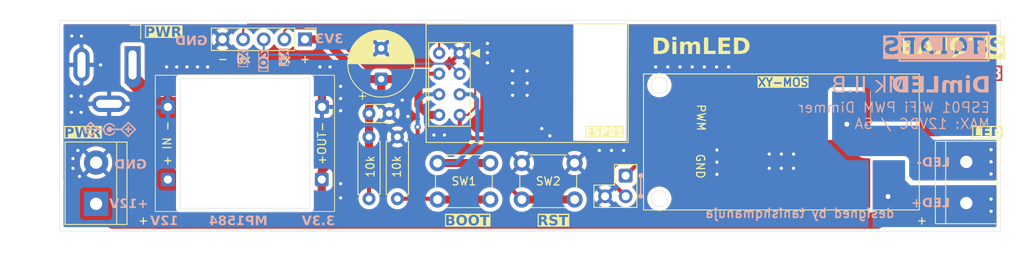
<source format=kicad_pcb>
(kicad_pcb (version 20241229) (generator "pcbnew") (generator_version "9.0")
  (title_block (title "DimLED") (date "2025-08-17") (rev "Mark II.B") (company "TQ Labs") (comment 1 "Designed by Tanishq Manuja") (comment 2 "ESP01 PWM Dimmer"))
  (layers (0 "F.Cu" signal) (2 "B.Cu" signal) (13 "F.Paste" user) (15 "B.Paste" user) (5 "F.SilkS" user "F.Silkscreen") (7 "B.SilkS" user "B.Silkscreen") (1 "F.Mask" user) (3 "B.Mask" user) (25 "Edge.Cuts" user))
  (net 0 "")
  (net 1 "GND")
  (net 2 "+3V3")
  (net 3 "/LED-")
  (net 5 "+12V")
  (net 6 "/GPIO2")
  (net 7 "/GPIO3")
  (net 8 "/RESET")
  (net 9 "/GPIO0")
  (net 10 "/GPIO1")
  (net 11 "Net-(R2-Pad1)")
  (net 12 "/PWM_SIG")
  (footprint "0_Custom:MP1584-Module_22.1x16.8mm_Cutout_Mixed" (layer "F.Cu") (at 106.6 102.425)
    (property "Reference" "U1" (hide yes))
    (property "Value" "MP1584 Module" (hide yes))
    (fp_rect (start -8 -8) (end 8 8) (stroke (width 0.05)) (fill no) (layer "Edge.Cuts"))
    (fp_text user "+OUT-" (at 9.5 0 90) (layer "F.SilkS"))
    (fp_text user "+ IN -" (at -9.575 0 90) (layer "F.SilkS"))
    (pad "1" thru_hole roundrect (at -9.5 4.46 180) (size 1.7 1.7) (drill 1) (layers "*.Cu" "*.Mask") (roundrect_rratio 0.1470588235) (net 5 "+12V"))
    (pad "1" smd roundrect (at -9.5 7 180) (size 1.7 1.7) (layers "F.Cu" "F.Mask" "F.Paste") (roundrect_rratio 0.1470588235) (net 5 "+12V"))
    (pad "2" smd roundrect (at -9.5 -7.025) (size 1.7 1.7) (layers "F.Cu" "F.Mask" "F.Paste") (roundrect_rratio 0.1470588235) (net 1 "GND"))
    (pad "2" thru_hole roundrect (at -9.5 -4.485) (size 1.7 1.7) (drill 1) (layers "*.Cu" "*.Mask") (roundrect_rratio 0.1470588235) (net 1 "GND"))
    (pad "3" thru_hole roundrect (at 9.475 4.46 180) (size 1.7 1.7) (drill 1) (layers "*.Cu" "*.Mask") (roundrect_rratio 0.1470588235) (net 2 "+3V3"))
    (pad "3" smd roundrect (at 9.475 7 180) (size 1.7 1.7) (layers "F.Cu" "F.Mask" "F.Paste") (roundrect_rratio 0.1470588235) (net 2 "+3V3"))
    (pad "4" smd roundrect (at 9.5 -7.025) (size 1.7 1.7) (layers "F.Cu" "F.Mask" "F.Paste") (roundrect_rratio 0.1470588235) (net 1 "GND"))
    (pad "4" thru_hole roundrect (at 9.5 -4.485) (size 1.7 1.7) (drill 1) (layers "*.Cu" "*.Mask") (roundrect_rratio 0.1470588235) (net 1 "GND"))
  )
  (footprint "Capacitor_THT:CP_Radial_D8.0mm_P3.80mm" (layer "F.Cu") (at 123.4 94.5 90)
    (property "Reference" "C2" (hide yes))
    (property "Value" "1000u")
    (pad "1" thru_hole roundrect (at 0 0 90) (size 1.6 1.6) (drill 0.8) (layers "*.Cu" "*.Mask") (roundrect_rratio 0.15625) (net 2 "+3V3"))
    (pad "2" thru_hole circle (at 3.8 0 90) (size 1.6 1.6) (drill 0.8) (layers "*.Cu" "*.Mask") (net 1 "GND"))
  )
  (footprint "0_Custom:DC005" (layer "F.Cu") (at 92.75 92.75 -90)
    (property "Reference" "J2" (hide yes))
    (property "Value" "DC005")
    (pad "1" thru_hole rect (at 0 0 270) (size 4.6 2) (drill oval 3.6 1) (layers "*.Cu" "*.Mask") (net 5 "+12V"))
    (pad "2" thru_hole oval (at 0 6.3 270) (size 4.2 2) (drill oval 3.2 1) (layers "*.Cu" "*.Mask") (net 1 "GND"))
    (pad "3" thru_hole oval (at 4.8 2.9 270) (size 2 4.2) (drill oval 1 3.2) (layers "*.Cu" "*.Mask") (net 1 "GND"))
  )
  (footprint "Button_Switch_THT:SW_PUSH_6mm" (layer "F.Cu") (at 130.35 104.85)
    (property "Reference" "SW1" (at 3.25 2.25 0) (layer "F.SilkS"))
    (property "Value" "IO BTN")
    (pad "1" thru_hole circle (at 0 0 90) (size 2 2) (drill 1.1) (layers "*.Cu" "*.Mask") (net 9 "/GPIO0"))
    (pad "1" thru_hole circle (at 6.5 0 90) (size 2 2) (drill 1.1) (layers "*.Cu" "*.Mask") (net 9 "/GPIO0"))
    (pad "2" thru_hole circle (at 0 4.5 90) (size 2 2) (drill 1.1) (layers "*.Cu" "*.Mask") (net 11 "Net-(R2-Pad1)"))
    (pad "2" thru_hole circle (at 6.5 4.5 90) (size 2 2) (drill 1.1) (layers "*.Cu" "*.Mask") (net 11 "Net-(R2-Pad1)"))
  )
  (footprint "Capacitor_THT:C_Disc_D3.0mm_W2.0mm_P2.50mm" (layer "F.Cu") (at 121.9 98.75)
    (property "Reference" "C1" (hide yes))
    (property "Value" "100n")
    (pad "1" thru_hole circle (at 0 0) (size 1.6 1.6) (drill 0.8) (layers "*.Cu" "*.Mask") (net 2 "+3V3"))
    (pad "2" thru_hole circle (at 2.5 0) (size 1.6 1.6) (drill 0.8) (layers "*.Cu" "*.Mask") (net 1 "GND"))
  )
  (footprint "0_Custom:ESP-01" (layer "F.Cu") (at 133.09 91.3 -90)
    (property "Reference" "U2" (hide yes))
    (property "Value" "ESP-01")
    (pad "1" thru_hole circle (at 0 0 270) (size 1.5 1.5) (drill 0.8) (layers "*.Cu" "*.Mask") (net 1 "GND"))
    (pad "2" thru_hole circle (at 2.54 0 270) (size 1.5 1.5) (drill 0.8) (layers "*.Cu" "*.Mask") (net 6 "/GPIO2"))
    (pad "3" thru_hole circle (at 5.08 0 270) (size 1.5 1.5) (drill 0.8) (layers "*.Cu" "*.Mask") (net 9 "/GPIO0"))
    (pad "4" thru_hole circle (at 7.62 0 270) (size 1.5 1.5) (drill 0.8) (layers "*.Cu" "*.Mask") (net 7 "/GPIO3"))
    (pad "5" thru_hole circle (at 0 2.54 270) (size 1.5 1.5) (drill 0.8) (layers "*.Cu" "*.Mask") (net 10 "/GPIO1"))
    (pad "6" thru_hole circle (at 2.54 2.54 270) (size 1.5 1.5) (drill 0.8) (layers "*.Cu" "*.Mask") (net 2 "+3V3"))
    (pad "7" thru_hole circle (at 5.08 2.54 270) (size 1.5 1.5) (drill 0.8) (layers "*.Cu" "*.Mask") (net 8 "/RESET"))
    (pad "8" thru_hole circle (at 7.62 2.54 270) (size 1.5 1.5) (drill 0.8) (layers "*.Cu" "*.Mask") (net 2 "+3V3"))
    (zone (net 0) (net_name "") (layers "F.Cu" "B.Cu") (name "No Copper") (connect_pads (clearance 0)) (min_thickness 0.25)
      (keepout (tracks not_allowed) (vias not_allowed) (pads not_allowed) (copperpour not_allowed) (footprints not_allowed))
      (fill (thermal_gap 0.5) (thermal_bridge_width 0.5))
      (polygon (pts (xy 153.715 87.825) (xy 153.69 102.15) (xy 147.065 102.125) (xy 147.09 87.8)))
    )
  )
  (footprint "Resistor_THT:R_Axial_DIN0207_L6.3mm_D2.5mm_P7.62mm_Horizontal" (layer "F.Cu") (at 125.4 109.25 90)
    (property "Reference" "R2" (hide yes))
    (property "Value" "10k")
    (pad "1" thru_hole circle (at 0 0 90) (size 1.6 1.6) (drill 0.8) (layers "*.Cu" "*.Mask") (net 11 "Net-(R2-Pad1)"))
    (pad "2" thru_hole circle (at 7.62 0 90) (size 1.6 1.6) (drill 0.8) (layers "*.Cu" "*.Mask") (net 1 "GND"))
  )
  (footprint "Button_Switch_THT:SW_PUSH_6mm" (layer "F.Cu") (at 147.25 109.35 180)
    (property "Reference" "SW2" (at 3.25 2.25 0) (layer "F.SilkS"))
    (property "Value" "RST BTN")
    (pad "1" thru_hole circle (at 0 0 270) (size 2 2) (drill 1.1) (layers "*.Cu" "*.Mask") (net 8 "/RESET"))
    (pad "1" thru_hole circle (at 6.5 0 270) (size 2 2) (drill 1.1) (layers "*.Cu" "*.Mask") (net 8 "/RESET"))
    (pad "2" thru_hole circle (at 0 4.5 270) (size 2 2) (drill 1.1) (layers "*.Cu" "*.Mask") (net 1 "GND"))
    (pad "2" thru_hole circle (at 6.5 4.5 270) (size 2 2) (drill 1.1) (layers "*.Cu" "*.Mask") (net 1 "GND"))
  )
  (footprint "Resistor_THT:R_Axial_DIN0207_L6.3mm_D2.5mm_P7.62mm_Horizontal" (layer "F.Cu") (at 121.9 101.63 -90)
    (property "Reference" "R1" (hide yes))
    (property "Value" "10k")
    (pad "1" thru_hole circle (at 0 0 270) (size 1.6 1.6) (drill 0.8) (layers "*.Cu" "*.Mask") (net 2 "+3V3"))
    (pad "2" thru_hole circle (at 7.62 0 270) (size 1.6 1.6) (drill 0.8) (layers "*.Cu" "*.Mask") (net 8 "/RESET"))
  )
  (footprint "TerminalBlock:TerminalBlock_bornier-2_P5.08mm" (layer "F.Cu") (at 195.55 104.71 -90)
    (property "Reference" "J4" (hide yes))
    (property "Value" "Output LED Terminal")
    (pad "1" thru_hole rect (at 0 0 270) (size 3 3) (drill 1.52) (layers "*.Cu" "*.Mask") (net 3 "/LED-"))
    (pad "2" thru_hole circle (at 5.08 0 270) (size 3 3) (drill 1.52) (layers "*.Cu" "*.Mask") (net 5 "+12V"))
  )
  (footprint "Connector_PinHeader_2.54mm:PinHeader_1x05_P2.54mm_Vertical" (layer "F.Cu") (at 114 89.6 -90)
    (property "Reference" "J3" (hide yes))
    (property "Value" "Conn_01x05")
    (pad "1" thru_hole rect (at 0 0 270) (size 1.7 1.7) (drill 1) (layers "*.Cu" "*.Mask") (net 2 "+3V3"))
    (pad "2" thru_hole circle (at 0 2.54 270) (size 1.7 1.7) (drill 1) (layers "*.Cu" "*.Mask") (net 10 "/GPIO1"))
    (pad "3" thru_hole circle (at 0 5.08 270) (size 1.7 1.7) (drill 1) (layers "*.Cu" "*.Mask") (net 6 "/GPIO2"))
    (pad "4" thru_hole circle (at 0 7.62 270) (size 1.7 1.7) (drill 1) (layers "*.Cu" "*.Mask") (net 7 "/GPIO3"))
    (pad "5" thru_hole circle (at 0 10.16 270) (size 1.7 1.7) (drill 1) (layers "*.Cu" "*.Mask") (net 1 "GND"))
  )
  (footprint "0_Custom:PinHeader_1x03_L_Reverse_P2.54mm_Vertical" (layer "F.Cu") (at 153.55 108.95 -90)
    (property "Reference" "J5" (hide yes))
    (property "Value" "Conn_01x03")
    (pad "1" thru_hole circle (at 0 0 180) (size 1.7 1.7) (drill 1) (layers "*.Cu" "*.Mask") (net 7 "/GPIO3"))
    (pad "2" thru_hole roundrect (at -2.54 0 180) (size 1.7 1.7) (drill 1) (layers "*.Cu" "*.Mask") (roundrect_rratio 0.1470588235) (net 12 "/PWM_SIG"))
    (pad "3" thru_hole circle (at 0 2.54 270) (size 1.7 1.7) (drill 1) (layers "*.Cu" "*.Mask") (net 1 "GND"))
  )
  (footprint "0_Custom:XY_MOS-Module_Mounted" (layer "F.Cu") (at 172.75 102.25 -90)
    (property "Reference" "U3" (hide yes))
    (property "Value" "XY-MOS Module")
    (fp_circle (center -7 15.05) (end -6 15.05) (stroke (width 0.05)) (fill no) (layer "Edge.Cuts"))
    (fp_circle (center 7 15.05) (end 8 15.05) (stroke (width 0.05)) (fill no) (layer "Edge.Cuts"))
    (fp_text user "PWM" (at -3 9.9 270) (layer "F.SilkS"))
    (fp_text user "GND" (at 3 10 270) (layer "F.SilkS"))
    (pad "1" connect circle (at 1.26 12.25) (size 1.7 1.7) (layers "F.Cu" "F.Mask") (net 1 "GND"))
    (pad "1" connect roundrect (at 2.55 14.8 270) (size 2.54 2) (layers "F.Cu" "F.Mask") (roundrect_rratio 0.125) (net 1 "GND"))
    (pad "1" connect circle (at 3.8 12.25) (size 1.7 1.7) (layers "F.Cu" "F.Mask") (net 1 "GND"))
    (pad "2" connect circle (at -3.8 12.25) (size 1.7 1.7) (layers "F.Cu" "F.Mask") (net 12 "/PWM_SIG"))
    (pad "2" connect roundrect (at -2.5 14.8 270) (size 2.54 2) (layers "F.Cu" "F.Mask") (roundrect_rratio 0.09842519685) (net 12 "/PWM_SIG"))
    (pad "2" connect circle (at -1.26 12.25) (size 1.7 1.7) (layers "F.Cu" "F.Mask") (net 12 "/PWM_SIG"))
    (pad "3" connect roundrect (at -4.45 -8.07) (size 3 3) (layers "F.Cu" "F.Mask") (roundrect_rratio 0.08333333333) (net 3 "/LED-"))
    (pad "4" connect roundrect (at -4.45 -13.15) (size 3 3) (layers "F.Cu" "F.Mask") (roundrect_rratio 0.08333333333))
    (pad "5" connect roundrect (at 4.45 -8.07) (size 3 3) (layers "F.Cu" "F.Mask") (roundrect_rratio 0.08333333333) (net 1 "GND"))
    (pad "6" connect roundrect (at 4.45 -13.15) (size 3 3) (layers "F.Cu" "F.Mask") (roundrect_rratio 0.08333333333) (net 5 "+12V"))
    (zone (net 0) (net_name "") (layer "F.Cu") (connect_pads (clearance 0)) (min_thickness 0.25)
      (keepout (tracks allowed) (vias allowed) (pads allowed) (copperpour not_allowed) (footprints allowed))
      (fill (thermal_gap 0.5) (thermal_bridge_width 0.5))
      (polygon (pts (xy 155.8 102) (xy 161.9 102) (xy 161.9 93.9) (xy 155.8 93.9)))
    )
    (zone (net 0) (net_name "") (layer "F.Cu") (connect_pads (clearance 0)) (min_thickness 0.25)
      (keepout (tracks allowed) (vias allowed) (pads allowed) (copperpour not_allowed) (footprints allowed))
      (fill (thermal_gap 0.5) (thermal_bridge_width 0.5))
      (polygon (pts (xy 183.05 93.95) (xy 183.05 102) (xy 170.8 102) (xy 170.8 93.95)))
    )
    (zone (net 0) (net_name "") (layer "F.Cu") (connect_pads (clearance 0)) (min_thickness 0.25)
      (keepout (tracks allowed) (vias allowed) (pads allowed) (copperpour not_allowed) (footprints allowed))
      (fill (thermal_gap 0.5) (thermal_bridge_width 0.5))
      (polygon (pts (xy 183.7 93.9) (xy 183.7 110.55) (xy 189.7 110.55) (xy 189.7 93.9)))
    )
  )
  (footprint "TerminalBlock:TerminalBlock_bornier-2_P5.08mm" (layer "F.Cu") (at 88.25 109.88 90)
    (property "Reference" "J1" (hide yes))
    (property "Value" "Input Power Terminal")
    (pad "1" thru_hole rect (at 0 0 90) (size 3 3) (drill 1.52) (layers "*.Cu" "*.Mask") (net 5 "+12V"))
    (pad "2" thru_hole circle (at 5.08 0 90) (size 3 3) (drill 1.52) (layers "*.Cu" "*.Mask") (net 1 "GND"))
  )
  (footprint "LOGO" (layer "B.Cu") (at 89.9 100.7)
    (property "Reference" "G***" (hide yes))
    (property "Value" "LOGO" (hide yes))
  )
  (gr_rect (start 187.3 88.75) (end 198.3 92.25) (stroke (width 0.2)) (fill no) (layer "F.SilkS"))
  (gr_circle (center 155.4 106.4075) (end 155.146 106.4075) (stroke (width 0.1)) (fill yes) (layer "B.SilkS"))
  (gr_circle (center 155.4 108.9475) (end 155.146 108.9475) (stroke (width 0.1)) (fill yes) (layer "B.SilkS"))
  (gr_line (start 155.4 108.9475) (end 155.4 106.4075) (stroke (width 0.2)) (layer "B.SilkS"))
  (gr_rect (start 187.3 88.75) (end 198.3 92.25) (stroke (width 0.2)) (fill no) (layer "B.SilkS"))
  (gr_rect (start 83.75 87.25) (end 199.75 113.25) (stroke (width 0.05)) (fill no) (layer "Edge.Cuts"))
  (gr_text "Mark II.B" (at 167.75 91.75 0) (layer "F.Cu" knockout) (effects (font (size 2 2) (thickness 0.2) (bold yes)) (justify left bottom)))
  (gr_text "2025.8" (at 191.85 94.8 0) (layer "F.Cu" knockout) (effects (font (size 1.5 1.5) (thickness 0.3) (bold yes)) (justify left bottom)))
  (gr_text "ESP01" (at 148.4 101.6 0) (layer "F.SilkS" knockout) (effects (font (size 1 1) (thickness 0.2) (bold yes)) (justify left bottom)))
  (gr_text "Tx" (at 110.6 92.6 0) (layer "F.SilkS") (effects (font (size 1 1)) (justify left bottom)))
  (gr_text "TQLABS" (at 187.9 91.75 0) (layer "F.SilkS" knockout) (effects (font (size 2 2) (thickness 0.2) (bold yes)) (justify left bottom)))
  (gr_text "-" (at 103.15 92.6 0) (layer "F.SilkS") (effects (font (size 1 1)) (justify left bottom)))
  (gr_text "LED" (at 196.25 101.9 0) (layer "F.SilkS" knockout) (effects (font (size 1.25 1.25) (thickness 0.2) (bold yes)) (justify left bottom)))
  (gr_text "10k" (at 122.65 106.75 90) (layer "F.SilkS") (effects (font (size 1 1)) (justify left bottom)))
  (gr_text "PWR" (at 94.25 89.5 0) (layer "F.SilkS" knockout) (effects (font (size 1.25 1.25) (thickness 0.2) (bold yes)) (justify left bottom)))
  (gr_text "Rx" (at 105.4 92.6 0) (layer "F.SilkS") (effects (font (size 1 1)) (justify left bottom)))
  (gr_text "+" (at 190 112 90) (layer "F.SilkS") (effects (font (size 1 1))))
  (gr_text "XY-MOS" (at 169.75 95.5 0) (layer "F.SilkS" knockout) (effects (font (size 1 1) (thickness 0.2) (bold yes)) (justify left bottom)))
  (gr_text "+" (at 94 112 90) (layer "F.SilkS") (effects (font (size 1 1))))
  (gr_text "RST" (at 142.670709 112.75 0) (layer "F.SilkS" knockout) (effects (font (size 1.25 1.25) (thickness 0.2) (bold yes)) (justify left bottom)))
  (gr_text "+" (at 113.3 92.6 0) (layer "F.SilkS") (effects (font (size 1 1)) (justify left bottom)))
  (gr_text "DimLED" (at 156.75 91.75 0) (layer "F.SilkS") (effects (font (size 2 2) (thickness 0.2) (bold yes)) (justify left bottom)))
  (gr_text "PWR" (at 84.3 101.9 0) (layer "F.SilkS" knockout) (effects (font (size 1.25 1.25) (thickness 0.2) (bold yes)) (justify left bottom)))
  (gr_text "BOOT" (at 131.25 112.75 0) (layer "F.SilkS" knockout) (effects (font (size 1.25 1.25) (thickness 0.2) (bold yes)) (justify left bottom)))
  (gr_text "10k" (at 125.9 106.75 90) (layer "F.SilkS") (effects (font (size 1 1)) (justify left bottom)))
  (gr_text "DimLED" (at 198.55 96.5 -0) (layer "B.SilkS") (effects (font (size 2 2) (thickness 0.2) (bold yes)) (justify left bottom mirror)))
  (gr_text "RX" (at 105.7 93.05 -90) (layer "B.SilkS" knockout) (effects (font (size 1 1) (thickness 0.2) (bold yes)) (justify left bottom mirror)))
  (gr_text "Mk II.B" (at 188.25 96.5 0) (layer "B.SilkS") (effects (font (size 2 2) (thickness 0.1875)) (justify left bottom mirror)))
  (gr_text "ESP01 WiFi PWM Dimmer\nMAX: 12VDC / 5A" (at 198.55 100.75 0) (layer "B.SilkS") (effects (font (size 1.25 1.25)) (justify left bottom mirror)))
  (gr_text "3V3" (at 118.75 90.25 0) (layer "B.SilkS") (effects (font (size 1.15 1.15) (thickness 0.2) (bold yes)) (justify left bottom mirror)))
  (gr_text "GND" (at 102 90.5 0) (layer "B.SilkS") (effects (font (size 1.15 1.15) (thickness 0.2) (bold yes)) (justify left bottom mirror)))
  (gr_text "3.3V" (at 117.7 112.7 0) (layer "B.SilkS") (effects (font (size 1.15 1.15) (thickness 0.2) (bold yes)) (justify left bottom mirror)))
  (gr_text "TQLABS" (at 197.7 91.75 -0) (layer "B.SilkS" knockout) (effects (font (size 2 2) (thickness 0.2) (bold yes)) (justify left bottom mirror)))
  (gr_text "LED+" (at 193.55 110.5 0) (layer "B.SilkS") (effects (font (size 1.15 1.15) (thickness 0.2) (bold yes)) (justify left bottom mirror)))
  (gr_text "+12V" (at 94.7 110.6 0) (layer "B.SilkS") (effects (font (size 1.15 1.15) (thickness 0.2) (bold yes)) (justify left bottom mirror)))
  (gr_text "designed by tanishqmanuja" (at 186.8 111.7 0) (layer "B.SilkS") (effects (font (size 1.125 1.125) (thickness 0.2) (bold yes)) (justify left bottom mirror)))
  (gr_text "LED-" (at 193.55 105.5 0) (layer "B.SilkS") (effects (font (size 1.15 1.15) (thickness 0.2) (bold yes)) (justify left bottom mirror)))
  (gr_text "IO2" (at 108.2 93.6 -90) (layer "B.SilkS" knockout) (effects (font (size 1 1) (thickness 0.2) (bold yes)) (justify left bottom mirror)))
  (gr_text "MP1584" (at 109.4 112.7 0) (layer "B.SilkS") (effects (font (size 1.15 1.15) (thickness 0.2) (bold yes)) (justify left bottom mirror)))
  (gr_text "TX" (at 110.7 92.8 -90) (layer "B.SilkS" knockout) (effects (font (size 1 1) (thickness 0.2) (bold yes)) (justify left bottom mirror)))
  (gr_text "12V" (at 98.4 112.7 0) (layer "B.SilkS") (effects (font (size 1.15 1.15) (thickness 0.2) (bold yes)) (justify left bottom mirror)))
  (gr_text "GND" (at 94.5 105.75 0) (layer "B.SilkS") (effects (font (size 1.15 1.15) (thickness 0.2) (bold yes)) (justify left bottom mirror)))
  (segment (start 158 104.925) (end 158.005 104.92) (width 1) (layer "F.Cu") (net 1))
  (segment (start 97.1 97.94) (end 97.1 95.4) (width 1) (layer "F.Cu") (net 1))
  (segment (start 116.1 97.94) (end 116.1 95.4) (width 1) (layer "F.Cu") (net 1))
  (via (at 136.5 92.5) (size 0.8) (drill 0.4) (layers "F.Cu" "B.Cu") (net 1))
  (via (at 85.25 89.2) (size 0.8) (drill 0.4) (layers "F.Cu" "B.Cu") (net 1))
  (via (at 141.4 95) (size 0.8) (drill 0.4) (layers "F.Cu" "B.Cu") (net 1))
  (via (at 118.4 95.4) (size 0.8) (drill 0.4) (layers "F.Cu" "B.Cu") (net 1))
  (via (at 136.5 91.25) (size 0.8) (drill 0.4) (layers "F.Cu" "B.Cu") (net 1))
  (via (at 174.25 105.5) (size 0.8) (drill 0.4) (layers "F.Cu" "B.Cu") (net 1))
  (via (at 174.25 103.75) (size 0.8) (drill 0.4) (layers "F.Cu" "B.Cu") (net 1))
  (via (at 86.4 98.6) (size 0.8) (drill 0.4) (layers "F.Cu" "B.Cu") (net 1))
  (via (at 85.2 98.6) (size 0.8) (drill 0.4) (layers "F.Cu" "B.Cu") (net 1))
  (via (at 136.5 90.1) (size 0.8) (drill 0.4) (layers "F.Cu" "B.Cu") (net 1))
  (via (at 85.4 104.3) (size 0.8) (drill 0.4) (layers "F.Cu" "B.Cu") (net 1))
  (via (at 153.3 103.3) (size 0.8) (drill 0.4) (layers "F.Cu" "B.Cu") (net 1))
  (via (at 139.6 96.5) (size 0.8) (drill 0.4) (layers "F.Cu" "B.Cu") (net 1))
  (via (at 118.4 107.4) (size 0.8) (drill 0.4) (layers "F.Cu" "B.Cu") (net 1))
  (via (at 157.25 93) (size 0.8) (drill 0.4) (layers "F.Cu" "B.Cu") (net 1))
  (via (at 164.8 103.25) (size 0.8) (drill 0.4) (layers "F.Cu" "B.Cu") (net 1))
  (via (at 164.8 104.75) (size 0.8) (drill 0.4) (layers "F.Cu" "B.Cu") (net 1))
  (via (at 141.4 93.5) (size 0.8) (drill 0.4) (layers "F.Cu" "B.Cu") (net 1))
  (via (at 172.75 103.75) (size 0.8) (drill 0.4) (layers "F.Cu" "B.Cu") (net 1))
  (via (at 118.4 98.4) (size 0.8) (drill 0.4) (layers "F.Cu" "B.Cu") (net 1))
  (via (at 86 103.3) (size 0.8) (drill 0.4) (layers "F.Cu" "B.Cu") (net 1))
  (via (at 118.4 96.9) (size 0.8) (drill 0.4) (layers "F.Cu" "B.Cu") (net 1))
  (via (at 86.2 106.5) (size 0.8) (drill 0.4) (layers "F.Cu" "B.Cu") (net 1))
  (via (at 143.2 100.6) (size 0.8) (drill 0.4) (layers "F.Cu" "B.Cu") (net 1))
  (via (at 151.8 103.3) (size 0.8) (drill 0.4) (layers "F.Cu" "B.Cu") (net 1))
  (via (at 164.75 93) (size 0.8) (drill 0.4) (layers "F.Cu" "B.Cu") (net 1))
  (via (at 88.8 92.75) (size 0.8) (drill 0.4) (layers "F.Cu" "B.Cu") (net 1))
  (via (at 166.25 93) (size 0.8) (drill 0.4) (layers "F.Cu" "B.Cu") (net 1))
  (via (at 99.45 93) (size 0.8) (drill 0.4) (layers "F.Cu" "B.Cu") (net 1))
  (via (at 100.75 93) (size 0.8) (drill 0.4) (layers "F.Cu" "B.Cu") (net 1))
  (via (at 102 93) (size 0.8) (drill 0.4) (layers "F.Cu" "B.Cu") (net 1))
  (via (at 163.25 93) (size 0.8) (drill 0.4) (layers "F.Cu" "B.Cu") (net 1))
  (via (at 86.4 96.6) (size 0.8) (drill 0.4) (layers "F.Cu" "B.Cu") (net 1))
  (via (at 115.85 93) (size 0.8) (drill 0.4) (layers "F.Cu" "B.Cu") (net 1))
  (via (at 129.9 101.4) (size 0.8) (drill 0.4) (layers "F.Cu" "B.Cu") (net 1))
  (via (at 164.8 106.25) (size 0.8) (drill 0.4) (layers "F.Cu" "B.Cu") (net 1))
  (via (at 144.2 101.5) (size 0.8) (drill 0.4) (layers "F.Cu" "B.Cu") (net 1))
  (via (at 171.25 103.75) (size 0.8) (drill 0.4) (layers "F.Cu" "B.Cu") (net 1))
  (via (at 98.2 93) (size 0.8) (drill 0.4) (layers "F.Cu" "B.Cu") (net 1))
  (via (at 139.6 93.5) (size 0.8) (drill 0.4) (layers "F.Cu" "B.Cu") (net 1))
  (via (at 126 97.1) (size 0.8) (drill 0.4) (layers "F.Cu" "B.Cu") (net 1))
  (via (at 96.95 93) (size 0.8) (drill 0.4) (layers "F.Cu" "B.Cu") (net 1))
  (via (at 172.75 105.5) (size 0.8) (drill 0.4) (layers "F.Cu" "B.Cu") (net 1))
  (via (at 160.25 93) (size 0.8) (drill 0.4) (layers "F.Cu" "B.Cu") (net 1))
  (via (at 86.45 89.2) (size 0.8) (drill 0.4) (layers "F.Cu" "B.Cu") (net 1))
  (via (at 141.4 96.5) (size 0.8) (drill 0.4) (layers "F.Cu" "B.Cu") (net 1))
  (via (at 150.3 103.3) (size 0.8) (drill 0.4) (layers "F.Cu" "B.Cu") (net 1))
  (via (at 139.6 95) (size 0.8) (drill 0.4) (layers "F.Cu" "B.Cu") (net 1))
  (via (at 171.25 105.5) (size 0.8) (drill 0.4) (layers "F.Cu" "B.Cu") (net 1))
  (via (at 126.7 99.1) (size 0.8) (drill 0.4) (layers "F.Cu" "B.Cu") (net 1))
  (via (at 118.4 109.15) (size 0.8) (drill 0.4) (layers "F.Cu" "B.Cu") (net 1))
  (via (at 117.1 93) (size 0.8) (drill 0.4) (layers "F.Cu" "B.Cu") (net 1))
  (via (at 131.2 101.4) (size 0.8) (drill 0.4) (layers "F.Cu" "B.Cu") (net 1))
  (via (at 85.4 105.5) (size 0.8) (drill 0.4) (layers "F.Cu" "B.Cu") (net 1))
  (via (at 161.75 93) (size 0.8) (drill 0.4) (layers "F.Cu" "B.Cu") (net 1))
  (via (at 158.75 93) (size 0.8) (drill 0.4) (layers "F.Cu" "B.Cu") (net 1))
  (via (at 85.2 96.6) (size 0.8) (drill 0.4) (layers "F.Cu" "B.Cu") (net 1))
  (segment (start 121.9 97.6) (end 121.9 98.75) (width 1) (layer "F.Cu") (net 2))
  (segment (start 126.7 94.5) (end 123.4 94.5) (width 1) (layer "F.Cu") (net 2))
  (segment (start 129.22 98.92) (end 128 97.7) (width 1) (layer "F.Cu") (net 2))
  (segment (start 121.9 101.63) (end 121.9 98.75) (width 1) (layer "F.Cu") (net 2))
  (segment (start 116.075 105.8) (end 116.075 106.885) (width 1) (layer "F.Cu") (net 2))
  (segment (start 121.25 94.5) (end 123.4 94.5) (width 1) (layer "F.Cu") (net 2))
  (segment (start 123.4 94.5) (end 123.4 96.1) (width 1) (layer "F.Cu") (net 2))
  (segment (start 121.9 101.63) (end 121.9 103.75) (width 1) (layer "F.Cu") (net 2))
  (segment (start 120.65 105) (end 116.875 105) (width 1) (layer "F.Cu") (net 2))
  (segment (start 128 97.7) (end 128 95.8) (width 1) (layer "F.Cu") (net 2))
  (segment (start 130.337349 94.052651) (end 130.55 93.84) (width 1) (layer "F.Cu") (net 2))
  (segment (start 123.4 96.1) (end 121.9 97.6) (width 1) (layer "F.Cu") (net 2))
  (segment (start 116.075 109.425) (end 116.075 106.885) (width 1) (layer "F.Cu") (net 2))
  (segment (start 114 89.6) (end 116.35 89.6) (width 1) (layer "F.Cu") (net 2))
  (segment (start 126.7 94.5) (end 127.36 93.84) (width 0.5) (layer "F.Cu") (net 2))
  (segment (start 128 95.8) (end 126.7 94.5) (width 1) (layer "F.Cu") (net 2))
  (segment (start 116.35 89.6) (end 121.25 94.5) (width 1) (layer "F.Cu") (net 2))
  (segment (start 116.875 105) (end 116.075 105.8) (width 1) (layer "F.Cu") (net 2))
  (segment (start 121.9 103.75) (end 120.65 105) (width 1) (layer "F.Cu") (net 2))
  (segment (start 130.55 98.92) (end 129.22 98.92) (width 1) (layer "F.Cu") (net 2))
  (segment (start 127.36 93.84) (end 130.55 93.84) (width 0.5) (layer "F.Cu") (net 2))
  (segment (start 180.82 100.07) (end 180.82 97.8) (width 2.54) (layer "F.Cu") (net 3))
  (segment (start 196 104.42) (end 196 104.71) (width 2) (layer "F.Cu") (net 3))
  (segment (start 183.25 102.5) (end 189 102.5) (width 2.54) (layer "F.Cu") (net 3))
  (segment (start 191.21 104.71) (end 195.75 104.71) (width 2.54) (layer "F.Cu") (net 3))
  (segment (start 189 102.5) (end 191.21 104.71) (width 2.54) (layer "F.Cu") (net 3))
  (segment (start 180.82 100.07) (end 183.25 102.5) (width 2.54) (layer "F.Cu") (net 3))
  (via (at 198.6 106.2) (size 0.8) (drill 0.4) (layers "F.Cu" "B.Cu") (net 3))
  (via (at 198.6 104.7) (size 0.8) (drill 0.4) (layers "F.Cu" "B.Cu") (net 3))
  (via (at 180.82 100.07) (size 1.2) (drill 0.6) (layers "F.Cu" "B.Cu") (net 3))
  (via (at 198.6 103.2) (size 0.8) (drill 0.4) (layers "F.Cu" "B.Cu") (net 3))
  (segment (start 185.9 106.7) (end 185.9 108.98) (width 2.54) (layer "F.Cu") (net 5))
  (segment (start 97.1 109.425) (end 97.1 111.949) (width 2) (layer "F.Cu") (net 5))
  (segment (start 185.9 108.98) (end 185.9 110.6) (width 2) (layer "F.Cu") (net 5))
  (segment (start 94.2 96) (end 92.75 94.55) (width 2) (layer "F.Cu") (net 5))
  (segment (start 90.319 111.949) (end 97.1 111.949) (width 2) (layer "F.Cu") (net 5))
  (segment (start 97.1 106.885) (end 97.1 106) (width 2) (layer "F.Cu") (net 5))
  (segment (start 186.71 109.79) (end 195.55 109.79) (width 2.54) (layer "F.Cu") (net 5))
  (segment (start 97.1 106) (end 94.2 103.1) (width 2) (layer "F.Cu") (net 5))
  (segment (start 94.2 103.1) (end 94.2 96) (width 2) (layer "F.Cu") (net 5))
  (segment (start 184.551 111.949) (end 95.75 111.949) (width 2) (layer "F.Cu") (net 5))
  (segment (start 97.1 106.885) (end 97.1 109.425) (width 2) (layer "F.Cu") (net 5))
  (segment (start 88.25 109.88) (end 90.319 111.949) (width 2) (layer "F.Cu") (net 5))
  (segment (start 185.9 110.6) (end 184.551 111.949) (width 2) (layer "F.Cu") (net 5))
  (via (at 198.6 110.8) (size 0.8) (drill 0.4) (layers "F.Cu" "B.Cu") (net 5))
  (via (at 198.6 109.3) (size 0.8) (drill 0.4) (layers "F.Cu" "B.Cu") (net 5))
  (via (at 185.9 108.98) (size 1.2) (drill 0.6) (layers "F.Cu" "B.Cu") (net 5))
  (segment (start 92.75 92.75) (end 92.75 94.55) (width 2) (layer "B.Cu") (net 5))
  (segment (start 133.18 94) (end 133.09 94.09) (width 1) (layer "F.Cu") (net 6))
  (segment (start 108.92 90.92) (end 109.5 91.5) (width 0.254) (layer "B.Cu") (net 6))
  (segment (start 120.25 91.5) (end 121.35 92.6) (width 0.254) (layer "B.Cu") (net 6))
  (segment (start 121.35 92.6) (end 131.85 92.6) (width 0.254) (layer "B.Cu") (net 6))
  (segment (start 109.5 91.5) (end 120.25 91.5) (width 0.254) (layer "B.Cu") (net 6))
  (segment (start 108.92 89.6) (end 108.92 90.92) (width 0.254) (layer "B.Cu") (net 6))
  (segment (start 131.85 92.6) (end 133.09 93.84) (width 0.254) (layer "B.Cu") (net 6))
  (segment (start 133.17 99.25) (end 133.09 99.17) (width 1) (layer "F.Cu") (net 7))
  (segment (start 133.09 98.92) (end 133.09 100.29) (width 0.5) (layer "F.Cu") (net 7))
  (segment (start 144.4 104.3) (end 144.4 105.8) (width 0.5) (layer "F.Cu") (net 7))
  (segment (start 135 89) (end 135 98) (width 0.254) (layer "F.Cu") (net 7))
  (segment (start 135 98) (end 134.08 98.92) (width 0.254) (layer "F.Cu") (net 7))
  (segment (start 151.95 107.35) (end 145.95 107.35) (width 0.5) (layer "F.Cu") (net 7))
  (segment (start 134.08 98.92) (end 133.09 98.92) (width 0.254) (layer "F.Cu") (net 7))
  (segment (start 141.9 101.8) (end 144.4 104.3) (width 0.5) (layer "F.Cu") (net 7))
  (segment (start 106.38 88.37) (end 106.95 87.8) (width 0.254) (layer "F.Cu") (net 7))
  (segment (start 106.38 89.6) (end 106.38 88.37) (width 0.254) (layer "F.Cu") (net 7))
  (segment (start 144.4 105.8) (end 145.65 107.05) (width 0.5) (layer "F.Cu") (net 7))
  (segment (start 133.8 87.8) (end 135 89) (width 0.254) (layer "F.Cu") (net 7))
  (segment (start 134.6 101.8) (end 141.9 101.8) (width 0.5) (layer "F.Cu") (net 7))
  (segment (start 106.95 87.8) (end 133.8 87.8) (width 0.254) (layer "F.Cu") (net 7))
  (segment (start 153.55 108.95) (end 151.95 107.35) (width 0.5) (layer "F.Cu") (net 7))
  (segment (start 145.95 107.35) (end 145.65 107.05) (width 0.5) (layer "F.Cu") (net 7))
  (segment (start 133.09 100.29) (end 134.6 101.8) (width 0.5) (layer "F.Cu") (net 7))
  (segment (start 122.5 107.15) (end 122.275 107.375) (width 0.5) (layer "F.Cu") (net 8))
  (segment (start 140.75 109.35) (end 147.25 109.35) (width 1) (layer "F.Cu") (net 8))
  (segment (start 138.55 107.15) (end 130.4 107.15) (width 0.5) (layer "F.Cu") (net 8))
  (segment (start 121.9 107.75) (end 121.9 109.25) (width 0.5) (layer "F.Cu") (net 8))
  (segment (start 129.45 107.15) (end 130.4 107.15) (width 0.5) (layer "F.Cu") (net 8))
  (segment (start 127.9 105.6) (end 129.45 107.15) (width 0.5) (layer "F.Cu") (net 8))
  (segment (start 140.75 109.35) (end 138.55 107.15) (width 0.5) (layer "F.Cu") (net 8))
  (segment (start 130.4 107.15) (end 122.5 107.15) (width 0.5) (layer "F.Cu") (net 8))
  (segment (start 127.9 100.4) (end 127.9 105.6) (width 0.5) (layer "F.Cu") (net 8))
  (segment (start 122.275 107.375) (end 121.9 107.75) (width 0.5) (layer "F.Cu") (net 8))
  (via (at 127.9 100.4) (size 0.8) (drill 0.4) (layers "F.Cu" "B.Cu") (net 8))
  (segment (start 127.9 97.3) (end 128.82 96.38) (width 0.5) (layer "B.Cu") (net 8))
  (segment (start 127.9 100.4) (end 127.9 97.3) (width 0.5) (layer "B.Cu") (net 8))
  (segment (start 130.035 96.115) (end 130.2 96.28) (width 0.5) (layer "B.Cu") (net 8))
  (segment (start 128.82 96.38) (end 130.55 96.38) (width 0.5) (layer "B.Cu") (net 8))
  (segment (start 130.35 104.85) (end 136.85 104.85) (width 1) (layer "F.Cu") (net 9))
  (segment (start 130.35 104.85) (end 130.45 104.75) (width 1) (layer "F.Cu") (net 9))
  (segment (start 136.75 104.75) (end 136.85 104.85) (width 1) (layer "F.Cu") (net 9))
  (segment (start 135.25 102.25) (end 135.25 97.05) (width 0.5) (layer "B.Cu") (net 9))
  (segment (start 135.25 97.05) (end 134.58 96.38) (width 0.5) (layer "B.Cu") (net 9))
  (segment (start 132.65 104.85) (end 135.25 102.25) (width 0.5) (layer "B.Cu") (net 9))
  (segment (start 130.35 104.85) (end 132.65 104.85) (width 0.5) (layer "B.Cu") (net 9))
  (segment (start 134.58 96.38) (end 133.09 96.38) (width 0.5) (layer "B.Cu") (net 9))
  (segment (start 128.75 88.25) (end 130.55 90.05) (width 0.254) (layer "F.Cu") (net 10))
  (segment (start 111.75 88.25) (end 128.75 88.25) (width 0.254) (layer "F.Cu") (net 10))
  (segment (start 111.46 89.6) (end 111.46 88.54) (width 0.254) (layer "F.Cu") (net 10))
  (segment (start 130.55 90.05) (end 130.55 91.3) (width 0.254) (layer "F.Cu") (net 10))
  (segment (start 111.46 88.54) (end 111.75 88.25) (width 0.254) (layer "F.Cu") (net 10))
  (segment (start 130.25 109.25) (end 125.4 109.25) (width 0.5) (layer "F.Cu") (net 11))
  (segment (start 136.75 109.25) (end 136.85 109.35) (width 1) (layer "F.Cu") (net 11))
  (segment (start 130.35 109.35) (end 130.25 109.25) (width 0.5) (layer "F.Cu") (net 11))
  (segment (start 130.35 109.35) (end 136.85 109.35) (width 1) (layer "F.Cu") (net 11))
  (segment (start 130.35 109.35) (end 130.45 109.25) (width 1) (layer "F.Cu") (net 11))
  (segment (start 160.5 99.75) (end 157.95 99.75) (width 2) (layer "F.Cu") (net 12))
  (segment (start 160.5 100.99) (end 160.5 99.75) (width 2) (layer "F.Cu") (net 12))
  (segment (start 155.25 100.75) (end 155.25 104.71) (width 0.5) (layer "F.Cu") (net 12))
  (segment (start 158.01 99.583) (end 156.417 99.583) (width 0.5) (layer "F.Cu") (net 12))
  (segment (start 155.25 104.71) (end 153.55 106.41) (width 0.5) (layer "F.Cu") (net 12))
  (segment (start 160.5 99.75) (end 160.5 98.45) (width 2) (layer "F.Cu") (net 12))
  (segment (start 156.417 99.583) (end 155.25 100.75) (width 0.5) (layer "F.Cu") (net 12))
  (zone (net 1) (net_name "GND") (layer "F.Cu") (priority 5) (connect_pads yes (clearance 0.5)) (min_thickness 0.25) (fill yes (thermal_gap 0.5) (thermal_bridge_width 0.5))
    (polygon (pts (xy 95.6 96.7) (xy 98.6 96.7) (xy 98.6 99.8) (xy 95.6 99.8)))
  )
  (zone (net 0) (net_name "") (layer "F.Cu") (connect_pads yes (clearance 0)) (min_thickness 0.25)
    (keepout (tracks allowed) (vias allowed) (pads allowed) (copperpour not_allowed) (footprints allowed))
    (fill (thermal_gap 0.5) (thermal_bridge_width 0.5))
    (polygon (pts (xy 189.732353 104.542136) (xy 192.35 102) (xy 192.35 101.553675) (xy 189.782662 101.553675)))
  )
  (zone (net 5) (net_name "+12V") (layer "F.Cu") (priority 2) (connect_pads yes (clearance 0.5)) (min_thickness 0.25) (fill yes (thermal_gap 0.5) (thermal_bridge_width 0.5))
    (polygon (pts (xy 83.8 107.6) (xy 95.6 107.6) (xy 95.6 105.875) (xy 95.775 105.7) (xy 98.1 105.7) (xy 98.1 113.2) (xy 83.8 113.2)))
  )
  (zone (net 0) (net_name "") (layer "F.Cu") (connect_pads (clearance 0)) (min_thickness 0.25)
    (keepout (tracks allowed) (vias allowed) (pads allowed) (copperpour not_allowed) (footprints allowed))
    (fill (thermal_gap 0.5) (thermal_bridge_width 0.5))
    (polygon (pts (xy 128.85 106.25) (xy 145.818254 106.25) (xy 148.75 109.181746) (xy 148.75 110.776984) (xy 128.85 110.93492)))
  )
  (zone (net 3) (net_name "/LED-") (layer "F.Cu") (priority 3) (connect_pads yes (clearance 0.5)) (min_thickness 0.25) (fill yes (thermal_gap 0.5) (thermal_bridge_width 0.5))
    (polygon (pts (xy 192.35 102) (xy 199.7 102) (xy 199.7 107) (xy 193 107) (xy 192.35 106.5625)))
  )
  (zone (net 0) (net_name "") (layer "F.Cu") (connect_pads yes (clearance 0)) (min_thickness 0.25)
    (keepout (tracks allowed) (vias allowed) (pads allowed) (copperpour not_allowed) (footprints allowed))
    (fill (thermal_gap 0.5) (thermal_bridge_width 0.5))
    (polygon (pts (xy 189.682353 110.388461) (xy 192.3 107.846325) (xy 192.3 107.4) (xy 189.732662 107.4)))
  )
  (zone (net 5) (net_name "+12V") (layer "F.Cu") (priority 2) (connect_pads yes (clearance 0.5)) (min_thickness 0.25) (fill yes (thermal_gap 0.5) (thermal_bridge_width 0.5))
    (polygon (pts (xy 192.4 108.2) (xy 193 107.6) (xy 199.7 107.6) (xy 199.7 113.25) (xy 192.4 113.25)))
  )
  (zone (net 1) (net_name "GND") (layers "F.Cu" "B.Cu") (connect_pads (clearance 0.5)) (min_thickness 0.25) (fill yes (thermal_gap 0.5) (thermal_bridge_width 0.5))
    (polygon (pts (xy 81 84.75) (xy 202.458931 84.75) (xy 202.683931 116.25) (xy 81 116.25)))
  )
  (zone (net 3) (net_name "/LED-") (layer "B.Cu") (priority 1) (connect_pads yes (clearance 0.5)) (min_thickness 0.25) (fill yes (thermal_gap 0.5) (thermal_bridge_width 0.5))
    (polygon (pts (xy 179 96) (xy 183.25 96) (xy 183.25 100.25) (xy 189.75 100.25) (xy 191.5 102) (xy 199.7445 102) (xy 199.6945 107) (xy 189 107) (xy 188.5 106.5) (xy 188.5 104.5625) (xy 187.9375 104) (xy 181 104) (xy 179 102)))
  )
  (zone (net 5) (net_name "+12V") (layer "B.Cu") (priority 2) (connect_pads yes (clearance 0.5)) (min_thickness 0.25) (fill yes (thermal_gap 0.5) (thermal_bridge_width 0.5))
    (polygon (pts (xy 184 104.5) (xy 188 104.5) (xy 188 106.95) (xy 188.65 107.6) (xy 199.7 107.6) (xy 199.7 113.25) (xy 184 113.25)))
  )
)
</source>
